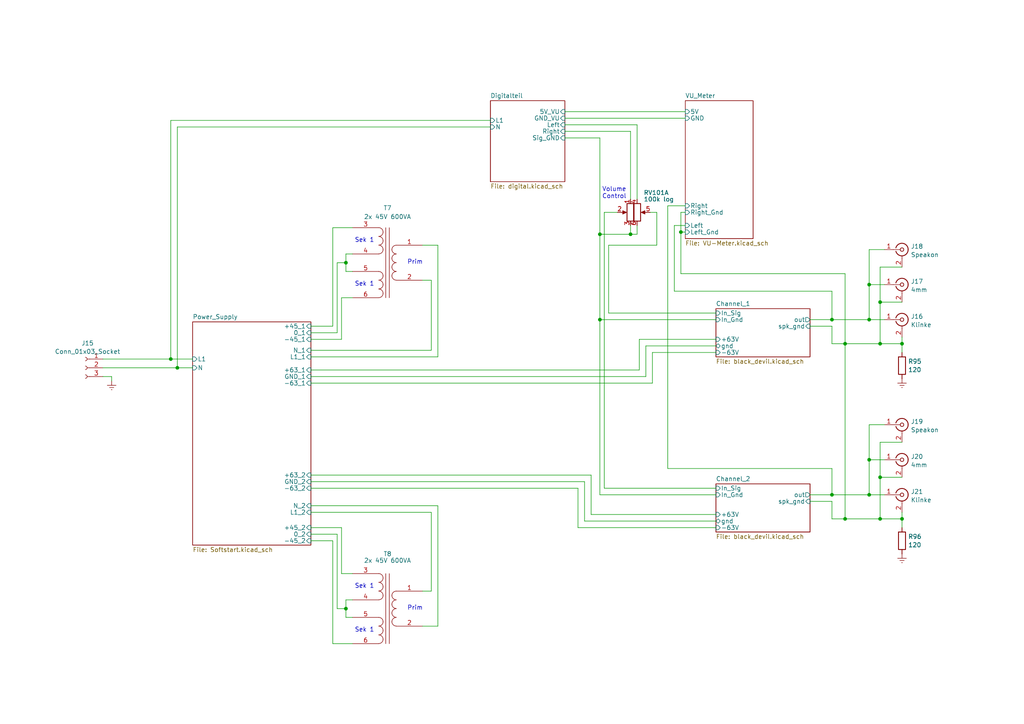
<source format=kicad_sch>
(kicad_sch (version 20230121) (generator eeschema)
  (paper "A4")
  (lib_symbols
    (symbol "Connector:Conn_01x03_Socket" (pin_names (offset 1.016) hide)
      (property "Reference" "J" (at 0 5.08 0))
      (property "Value" "Conn_01x03_Socket" (at 0 -5.08 0))
      (symbol "Conn_01x03_Socket_1_1"
        (arc (start 0 -2.032) (mid -0.5058 -2.54) (end 0 -3.048) (stroke (width 0.1524)))
        (polyline (pts (xy -1.27 -2.54) (xy -0.508 -2.54)) (stroke (width 0.1524)))
        (polyline (pts (xy -1.27 0) (xy -0.508 0)) (stroke (width 0.1524)))
        (polyline (pts (xy -1.27 2.54) (xy -0.508 2.54)) (stroke (width 0.1524)))
        (arc (start 0 0.508) (mid -0.5058 0) (end 0 -0.508) (stroke (width 0.1524)))
        (arc (start 0 3.048) (mid -0.5058 2.54) (end 0 2.032) (stroke (width 0.1524)))
        (pin passive line (at -5.08 2.54 0) (length 3.81) (name "Pin_1") (number "1"))
        (pin passive line (at -5.08 0 0) (length 3.81) (name "Pin_2") (number "2"))
        (pin passive line (at -5.08 -2.54 0) (length 3.81) (name "Pin_3") (number "3"))
      )
    )
    (symbol "Connector:Conn_Coaxial" (pin_names (offset 1.016) hide)
      (property "Reference" "J" (at 0.254 3.048 0))
      (property "Value" "Conn_Coaxial" (at 2.921 0 90))
      (symbol "Conn_Coaxial_0_1"
        (arc (start -1.778 -0.508) (mid 0.2311 -1.8066) (end 1.778 0) (stroke (width 0.254)))
        (polyline (pts (xy -2.54 0) (xy -0.508 0)))
        (polyline (pts (xy 0 -2.54) (xy 0 -1.778)))
        (circle (center 0 0) (radius 0.508) (stroke (width 0.2032)))
        (arc (start 1.778 0) (mid 0.2099 1.8101) (end -1.778 0.508) (stroke (width 0.254)))
      )
      (symbol "Conn_Coaxial_1_1"
        (pin passive line (at -5.08 0 0) (length 2.54) (name "In") (number "1"))
        (pin passive line (at 0 -5.08 90) (length 2.54) (name "Ext") (number "2"))
      )
    )
    (symbol "Device:R" (pin_numbers hide) (pin_names (offset 0))
      (property "Reference" "R" (at 2.032 0 90))
      (property "Value" "R" (at 0 0 90))
      (symbol "R_0_1"
        (rectangle (start -1.016 -2.54) (end 1.016 2.54) (stroke (width 0.254)))
      )
      (symbol "R_1_1"
        (pin passive line (at 0 3.81 270) (length 1.27) (name "~") (number "1"))
        (pin passive line (at 0 -3.81 90) (length 1.27) (name "~") (number "2"))
      )
    )
    (symbol "Device:R_Potentiometer_Dual_Separate" (pin_names (offset 1.016) hide)
      (property "Reference" "RV" (at -4.445 0 90))
      (property "Value" "R_Potentiometer_Dual_Separate" (at -2.54 0 90))
      (symbol "R_Potentiometer_Dual_Separate_0_1"
        (polyline (pts (xy 2.54 0) (xy 1.524 0)))
        (polyline (pts (xy 1.143 0) (xy 2.286 0.508) (xy 2.286 -0.508) (xy 1.143 0)) (fill (type outline)))
        (rectangle (start 1.016 2.54) (end -1.016 -2.54) (stroke (width 0.254)))
      )
      (symbol "R_Potentiometer_Dual_Separate_1_1"
        (pin passive line (at 0 3.81 270) (length 1.27) (name "1") (number "1"))
        (pin passive line (at 3.81 0 180) (length 1.27) (name "2") (number "2"))
        (pin passive line (at 0 -3.81 90) (length 1.27) (name "3") (number "3"))
      )
      (symbol "R_Potentiometer_Dual_Separate_2_1"
        (pin passive line (at 0 3.81 270) (length 1.27) (name "4") (number "4"))
        (pin passive line (at 3.81 0 180) (length 1.27) (name "5") (number "5"))
        (pin passive line (at 0 -3.81 90) (length 1.27) (name "6") (number "6"))
      )
    )
    (symbol "Device:Transformer_1P_2S" (pin_names (offset 1.016) hide)
      (property "Reference" "T" (at 0 12.7 0))
      (property "Value" "Transformer_1P_2S" (at 0 -12.7 0))
      (symbol "Transformer_1P_2S_0_1"
        (arc (start -2.54 -5.0546) (mid -1.6599 -4.6901) (end -1.27 -3.81))
        (arc (start -2.54 -2.5146) (mid -1.6599 -2.1501) (end -1.27 -1.27))
        (arc (start -2.54 0.0254) (mid -1.6599 0.3899) (end -1.27 1.27))
        (arc (start -2.54 2.5654) (mid -1.6599 2.9299) (end -1.27 3.81))
        (arc (start -1.27 -3.81) (mid -1.642 -2.912) (end -2.54 -2.54))
        (arc (start -1.27 -1.27) (mid -1.642 -0.372) (end -2.54 0))
        (arc (start -1.27 1.27) (mid -1.642 2.168) (end -2.54 2.54))
        (arc (start -1.27 3.81) (mid -1.642 4.708) (end -2.54 5.08))
        (polyline (pts (xy -0.508 -10.16) (xy -0.508 10.16)))
        (polyline (pts (xy 0.508 10.16) (xy 0.508 -10.16)))
        (arc (start 1.2954 -8.89) (mid 1.6599 -9.7701) (end 2.54 -10.1346))
        (arc (start 1.2954 -6.35) (mid 1.6599 -7.2301) (end 2.54 -7.5946))
        (arc (start 1.2954 -3.81) (mid 1.6599 -4.6901) (end 2.54 -5.0546))
        (arc (start 1.2954 3.81) (mid 1.6599 2.9299) (end 2.54 2.5654))
        (arc (start 1.2954 6.35) (mid 1.6599 5.4699) (end 2.54 5.1054))
        (arc (start 1.2954 8.89) (mid 1.6599 8.0099) (end 2.54 7.6454))
        (arc (start 2.54 -7.62) (mid 1.642 -7.992) (end 1.2954 -8.89))
        (arc (start 2.54 -5.08) (mid 1.642 -5.452) (end 1.2954 -6.35))
        (arc (start 2.54 -2.54) (mid 1.642 -2.912) (end 1.2954 -3.81))
        (arc (start 2.54 5.08) (mid 1.642 4.708) (end 1.2954 3.81))
        (arc (start 2.54 7.62) (mid 1.642 7.248) (end 1.2954 6.35))
        (arc (start 2.54 10.16) (mid 1.642 9.788) (end 1.2954 8.89))
      )
      (symbol "Transformer_1P_2S_1_1"
        (pin passive line (at -10.16 5.08 0) (length 7.62) (name "AA") (number "1"))
        (pin passive line (at -10.16 -5.08 0) (length 7.62) (name "AB") (number "2"))
        (pin passive line (at 10.16 10.16 180) (length 7.62) (name "SA") (number "3"))
        (pin passive line (at 10.16 2.54 180) (length 7.62) (name "SB") (number "4"))
        (pin passive line (at 10.16 -2.54 180) (length 7.62) (name "SC") (number "5"))
        (pin passive line (at 10.16 -10.16 180) (length 7.62) (name "SD") (number "6"))
      )
    )
    (symbol "power:Earth" (power) (pin_names (offset 0))
      (symbol "Earth_0_1"
        (polyline (pts (xy -0.635 -1.905) (xy 0.635 -1.905)))
        (polyline (pts (xy -0.127 -2.54) (xy 0.127 -2.54)))
        (polyline (pts (xy 0 -1.27) (xy 0 0)))
        (polyline (pts (xy 1.27 -1.27) (xy -1.27 -1.27)))
      )
      (symbol "Earth_1_1"
        (pin power_in line (at 0 0 270) (length 0) hide (name "Earth") (number "1"))
      )
    )
  )
  (junction (at 173.99 67.945))
  (junction (at 255.27 87.63))
  (junction (at 241.3 143.51))
  (junction (at 245.11 150.495))
  (junction (at 173.99 92.71))
  (junction (at 261.62 99.695))
  (junction (at 241.3 92.71))
  (junction (at 51.435 106.68))
  (junction (at 245.11 99.695))
  (junction (at 49.53 104.14))
  (junction (at 252.095 143.51))
  (junction (at 261.62 150.495))
  (junction (at 255.27 99.695))
  (junction (at 252.095 92.71))
  (junction (at 100.33 176.53))
  (junction (at 100.33 76.2))
  (junction (at 182.88 67.945))
  (junction (at 252.095 82.55))
  (junction (at 255.27 150.495))
  (junction (at 255.27 138.43))
  (junction (at 197.485 67.31))
  (junction (at 252.095 133.35))
  (wire (pts (xy 100.33 76.2) (xy 100.33 78.74)))
  (wire (pts (xy 256.54 72.39) (xy 252.095 72.39)))
  (wire (pts (xy 189.23 102.235) (xy 207.645 102.235)))
  (wire (pts (xy 122.555 181.61) (xy 127 181.61)))
  (wire (pts (xy 252.095 143.51) (xy 256.54 143.51)))
  (wire (pts (xy 125.095 171.45) (xy 122.555 171.45)))
  (wire (pts (xy 173.99 67.945) (xy 173.99 92.71)))
  (wire (pts (xy 241.3 150.495) (xy 245.11 150.495)))
  (wire (pts (xy 175.26 61.595) (xy 175.26 141.605)))
  (wire (pts (xy 255.27 99.695) (xy 261.62 99.695)))
  (wire (pts (xy 96.52 156.845) (xy 90.17 156.845)))
  (wire (pts (xy 255.27 77.47) (xy 255.27 87.63)))
  (wire (pts (xy 90.17 109.22) (xy 187.325 109.22)))
  (wire (pts (xy 169.545 151.13) (xy 207.645 151.13)))
  (wire (pts (xy 252.095 133.35) (xy 252.095 143.51)))
  (wire (pts (xy 90.17 137.795) (xy 171.45 137.795)))
  (wire (pts (xy 173.99 40.005) (xy 173.99 67.945)))
  (wire (pts (xy 187.325 109.22) (xy 187.325 100.33)))
  (wire (pts (xy 171.45 149.225) (xy 207.645 149.225)))
  (wire (pts (xy 49.53 34.925) (xy 49.53 104.14)))
  (wire (pts (xy 252.095 133.35) (xy 256.54 133.35)))
  (wire (pts (xy 97.79 96.52) (xy 90.17 96.52)))
  (wire (pts (xy 102.235 179.07) (xy 100.33 179.07)))
  (wire (pts (xy 169.545 139.7) (xy 169.545 151.13)))
  (wire (pts (xy 100.33 173.99) (xy 102.235 173.99)))
  (wire (pts (xy 29.845 106.68) (xy 51.435 106.68)))
  (wire (pts (xy 190.5 71.12) (xy 190.5 61.595)))
  (wire (pts (xy 197.485 67.31) (xy 197.485 79.375)))
  (wire (pts (xy 252.095 82.55) (xy 252.095 92.71)))
  (wire (pts (xy 163.83 32.385) (xy 198.755 32.385)))
  (wire (pts (xy 99.06 98.425) (xy 90.17 98.425)))
  (wire (pts (xy 173.99 143.51) (xy 207.645 143.51)))
  (wire (pts (xy 198.755 59.69) (xy 193.675 59.69)))
  (wire (pts (xy 171.45 137.795) (xy 171.45 149.225)))
  (wire (pts (xy 29.845 104.14) (xy 49.53 104.14)))
  (wire (pts (xy 125.095 101.6) (xy 125.095 81.28)))
  (wire (pts (xy 173.99 92.71) (xy 207.645 92.71)))
  (wire (pts (xy 184.785 36.195) (xy 184.785 57.785)))
  (wire (pts (xy 96.52 186.69) (xy 96.52 156.845)))
  (wire (pts (xy 90.17 94.615) (xy 96.52 94.615)))
  (wire (pts (xy 97.79 154.94) (xy 90.17 154.94)))
  (wire (pts (xy 234.95 92.71) (xy 241.3 92.71)))
  (wire (pts (xy 182.88 65.405) (xy 182.88 67.945)))
  (wire (pts (xy 198.755 65.405) (xy 195.58 65.405)))
  (wire (pts (xy 261.62 128.27) (xy 255.27 128.27)))
  (wire (pts (xy 32.385 109.22) (xy 29.845 109.22)))
  (wire (pts (xy 197.485 79.375) (xy 245.11 79.375)))
  (wire (pts (xy 255.27 150.495) (xy 261.62 150.495)))
  (wire (pts (xy 173.99 92.71) (xy 173.99 143.51)))
  (wire (pts (xy 190.5 61.595) (xy 188.595 61.595)))
  (wire (pts (xy 142.24 36.83) (xy 51.435 36.83)))
  (wire (pts (xy 184.785 65.405) (xy 184.785 67.945)))
  (wire (pts (xy 167.64 153.035) (xy 207.645 153.035)))
  (wire (pts (xy 127 103.505) (xy 127 71.12)))
  (wire (pts (xy 90.17 139.7) (xy 169.545 139.7)))
  (wire (pts (xy 51.435 36.83) (xy 51.435 106.68)))
  (wire (pts (xy 261.62 150.495) (xy 261.62 148.59)))
  (wire (pts (xy 245.11 150.495) (xy 255.27 150.495)))
  (wire (pts (xy 142.24 34.925) (xy 49.53 34.925)))
  (wire (pts (xy 182.88 38.1) (xy 182.88 57.785)))
  (wire (pts (xy 261.62 77.47) (xy 255.27 77.47)))
  (wire (pts (xy 99.06 166.37) (xy 99.06 153.035)))
  (wire (pts (xy 90.17 111.125) (xy 189.23 111.125)))
  (wire (pts (xy 176.53 90.805) (xy 207.645 90.805)))
  (wire (pts (xy 261.62 87.63) (xy 255.27 87.63)))
  (wire (pts (xy 90.17 148.59) (xy 125.095 148.59)))
  (wire (pts (xy 189.23 111.125) (xy 189.23 102.235)))
  (wire (pts (xy 261.62 150.495) (xy 261.62 153.035)))
  (wire (pts (xy 184.785 67.945) (xy 182.88 67.945)))
  (wire (pts (xy 261.62 99.695) (xy 261.62 102.235)))
  (wire (pts (xy 193.675 135.89) (xy 241.3 135.89)))
  (wire (pts (xy 245.11 99.695) (xy 245.11 150.495)))
  (wire (pts (xy 49.53 104.14) (xy 55.88 104.14)))
  (wire (pts (xy 167.64 141.605) (xy 167.64 153.035)))
  (wire (pts (xy 234.95 94.615) (xy 241.3 94.615)))
  (wire (pts (xy 100.33 78.74) (xy 102.235 78.74)))
  (wire (pts (xy 90.17 103.505) (xy 127 103.505)))
  (wire (pts (xy 96.52 94.615) (xy 96.52 66.04)))
  (wire (pts (xy 182.88 38.1) (xy 163.83 38.1)))
  (wire (pts (xy 252.095 92.71) (xy 256.54 92.71)))
  (wire (pts (xy 198.755 61.595) (xy 197.485 61.595)))
  (wire (pts (xy 102.235 86.36) (xy 99.06 86.36)))
  (wire (pts (xy 185.42 107.315) (xy 185.42 98.425)))
  (wire (pts (xy 125.095 148.59) (xy 125.095 171.45)))
  (wire (pts (xy 241.3 135.89) (xy 241.3 143.51)))
  (wire (pts (xy 90.17 107.315) (xy 185.42 107.315)))
  (wire (pts (xy 163.83 34.29) (xy 198.755 34.29)))
  (wire (pts (xy 176.53 90.805) (xy 176.53 71.12)))
  (wire (pts (xy 241.3 143.51) (xy 252.095 143.51)))
  (wire (pts (xy 90.17 101.6) (xy 125.095 101.6)))
  (wire (pts (xy 195.58 65.405) (xy 195.58 84.455)))
  (wire (pts (xy 163.83 40.005) (xy 173.99 40.005)))
  (wire (pts (xy 245.11 99.695) (xy 255.27 99.695)))
  (wire (pts (xy 102.235 166.37) (xy 99.06 166.37)))
  (wire (pts (xy 175.26 141.605) (xy 207.645 141.605)))
  (wire (pts (xy 241.3 84.455) (xy 241.3 92.71)))
  (wire (pts (xy 185.42 98.425) (xy 207.645 98.425)))
  (wire (pts (xy 127 71.12) (xy 122.555 71.12)))
  (wire (pts (xy 127 146.685) (xy 127 181.61)))
  (wire (pts (xy 195.58 84.455) (xy 241.3 84.455)))
  (wire (pts (xy 32.385 110.49) (xy 32.385 109.22)))
  (wire (pts (xy 182.88 67.945) (xy 173.99 67.945)))
  (wire (pts (xy 102.235 73.66) (xy 100.33 73.66)))
  (wire (pts (xy 197.485 61.595) (xy 197.485 67.31)))
  (wire (pts (xy 99.06 153.035) (xy 90.17 153.035)))
  (wire (pts (xy 179.07 61.595) (xy 175.26 61.595)))
  (wire (pts (xy 252.095 123.19) (xy 252.095 133.35)))
  (wire (pts (xy 51.435 106.68) (xy 55.88 106.68)))
  (wire (pts (xy 252.095 82.55) (xy 256.54 82.55)))
  (wire (pts (xy 100.33 176.53) (xy 100.33 173.99)))
  (wire (pts (xy 261.62 138.43) (xy 255.27 138.43)))
  (wire (pts (xy 241.3 99.695) (xy 245.11 99.695)))
  (wire (pts (xy 234.95 143.51) (xy 241.3 143.51)))
  (wire (pts (xy 100.33 73.66) (xy 100.33 76.2)))
  (wire (pts (xy 96.52 66.04) (xy 102.235 66.04)))
  (wire (pts (xy 193.675 59.69) (xy 193.675 135.89)))
  (wire (pts (xy 241.3 92.71) (xy 252.095 92.71)))
  (wire (pts (xy 184.785 36.195) (xy 163.83 36.195)))
  (wire (pts (xy 255.27 138.43) (xy 255.27 150.495)))
  (wire (pts (xy 197.485 67.31) (xy 198.755 67.31)))
  (wire (pts (xy 245.11 79.375) (xy 245.11 99.695)))
  (wire (pts (xy 255.27 87.63) (xy 255.27 99.695)))
  (wire (pts (xy 252.095 72.39) (xy 252.095 82.55)))
  (wire (pts (xy 241.3 145.415) (xy 241.3 150.495)))
  (wire (pts (xy 255.27 128.27) (xy 255.27 138.43)))
  (wire (pts (xy 241.3 94.615) (xy 241.3 99.695)))
  (wire (pts (xy 102.235 186.69) (xy 96.52 186.69)))
  (wire (pts (xy 261.62 99.695) (xy 261.62 97.79)))
  (wire (pts (xy 100.33 176.53) (xy 97.79 176.53)))
  (wire (pts (xy 90.17 146.685) (xy 127 146.685)))
  (wire (pts (xy 256.54 123.19) (xy 252.095 123.19)))
  (wire (pts (xy 125.095 81.28) (xy 122.555 81.28)))
  (wire (pts (xy 176.53 71.12) (xy 190.5 71.12)))
  (wire (pts (xy 187.325 100.33) (xy 207.645 100.33)))
  (wire (pts (xy 100.33 179.07) (xy 100.33 176.53)))
  (wire (pts (xy 90.17 141.605) (xy 167.64 141.605)))
  (wire (pts (xy 97.79 176.53) (xy 97.79 154.94)))
  (wire (pts (xy 234.95 145.415) (xy 241.3 145.415)))
  (wire (pts (xy 97.79 76.2) (xy 97.79 96.52)))
  (wire (pts (xy 97.79 76.2) (xy 100.33 76.2)))
  (wire (pts (xy 99.06 86.36) (xy 99.06 98.425)))
  (text "Prim" (at 118.11 177.165 0) (effects (font (size 1.27 1.27)) (justify left bottom)))
  (text "Sek 1" (at 102.87 70.485 0) (effects (font (size 1.27 1.27)) (justify left bottom)))
  (text "Prim" (at 118.11 76.835 0) (effects (font (size 1.27 1.27)) (justify left bottom)))
  (text "Volume\nControl" (at 174.625 57.785 0) (effects (font (size 1.27 1.27)) (justify left bottom)))
  (text "Sek 1" (at 102.87 170.815 0) (effects (font (size 1.27 1.27)) (justify left bottom)))
  (text "Sek 1" (at 102.87 83.185 0) (effects (font (size 1.27 1.27)) (justify left bottom)))
  (text "Sek 1" (at 102.87 183.515 0) (effects (font (size 1.27 1.27)) (justify left bottom)))
  (symbol (lib_id "Connector:Conn_Coaxial") (at 261.62 92.71 0) (unit 1)
    (property "Reference" "J16" (at 264.1601 91.7911 0) (effects (justify left)))
    (property "Value" "Klinke" (at 264.1601 94.2153 0) (effects (justify left)))
    (property "Datasheet" " ~" (effects hide))
  )
  (symbol (lib_id "Device:Transformer_1P_2S") (at 112.395 176.53 0) (mirror y) (unit 1)
    (property "Reference" "T8" (at 112.395 160.655 0))
    (property "Value" "2x 45V 600VA" (at 112.395 162.56 0))
  )
  (symbol (lib_id "Device:Transformer_1P_2S") (at 112.395 76.2 0) (mirror y) (unit 1)
    (property "Reference" "T7" (at 112.395 60.325 0))
    (property "Value" "2x 45V 600VA" (at 112.395 62.865 0))
  )
  (symbol (lib_id "Connector:Conn_Coaxial") (at 261.62 72.39 0) (unit 1)
    (property "Reference" "J18" (at 264.16 71.4711 0) (effects (justify left)))
    (property "Value" "Speakon" (at 264.16 73.8953 0) (effects (justify left)))
    (property "Datasheet" " ~" (effects hide))
  )
  (symbol (lib_id "Device:R") (at 261.62 156.845 0) (unit 1)
    (property "Reference" "R96" (at 263.398 155.6329 0) (effects (justify left)))
    (property "Value" "120" (at 263.398 158.0571 0) (effects (justify left)))
  )
  (symbol (lib_id "Connector:Conn_Coaxial") (at 261.62 123.19 0) (unit 1)
    (property "Reference" "J19" (at 264.16 122.2711 0) (effects (justify left)))
    (property "Value" "Speakon" (at 264.16 124.6953 0) (effects (justify left)))
    (property "Datasheet" " ~" (effects hide))
  )
  (symbol (lib_id "Connector:Conn_Coaxial") (at 261.62 133.35 0) (unit 1)
    (property "Reference" "J20" (at 264.1601 132.4311 0) (effects (justify left)))
    (property "Value" "4mm" (at 264.1601 134.8553 0) (effects (justify left)))
    (property "Datasheet" " ~" (effects hide))
  )
  (symbol (lib_id "power:Earth") (at 261.62 109.855 0) (unit 1)
    (property "Reference" "#PWR022" (effects hide))
    (property "Value" "Earth" (effects hide))
  )
  (symbol (lib_id "Device:R") (at 261.62 106.045 0) (unit 1)
    (property "Reference" "R95" (at 263.398 104.8329 0) (effects (justify left)))
    (property "Value" "120" (at 263.398 107.2571 0) (effects (justify left)))
  )
  (symbol (lib_id "Connector:Conn_Coaxial") (at 261.62 143.51 0) (unit 1)
    (property "Reference" "J21" (at 264.1601 142.5911 0) (effects (justify left)))
    (property "Value" "Klinke" (at 264.1601 145.0153 0) (effects (justify left)))
    (property "Datasheet" " ~" (effects hide))
  )
  (symbol (lib_id "Connector:Conn_Coaxial") (at 261.62 82.55 0) (unit 1)
    (property "Reference" "J17" (at 264.1601 81.6311 0) (effects (justify left)))
    (property "Value" "4mm" (at 264.1601 84.0553 0) (effects (justify left)))
    (property "Datasheet" " ~" (effects hide))
  )
  (symbol (lib_id "Connector:Conn_01x03_Socket") (at 24.765 106.68 0) (mirror y) (unit 1)
    (property "Reference" "J15" (at 25.4 99.5385 0))
    (property "Value" "Conn_01x03_Socket" (at 25.4 101.9627 0))
  )
  (symbol (lib_id "power:Earth") (at 261.62 160.655 0) (unit 1)
    (property "Reference" "#PWR023" (effects hide))
    (property "Value" "Earth" (effects hide))
  )
  (symbol (lib_id "Device:R_Potentiometer_Dual_Separate") (at 182.88 61.595 0) (mirror y) (unit 1)
    (property "Reference" "RV101" (at 186.69 55.88 0) (effects (justify right)))
    (property "Value" "100k log" (effects hide))
  )
  (symbol (lib_id "Device:R_Potentiometer_Dual_Separate") (at 184.785 61.595 0) (unit 2)
    (property "Reference" "RV101" (effects hide))
    (property "Value" "100k log" (at 186.69 57.785 0) (effects (justify left)))
  )
  (symbol (lib_id "power:Earth") (at 32.385 110.49 0) (unit 1)
    (property "Reference" "#PWR021" (effects hide))
    (property "Value" "Earth" (effects hide))
  )
  (sheet (at 207.645 89.535) (size 27.305 13.97) (stroke (width 0.1524))
    (property "Sheetname" "Channel_1" (at 207.645 88.8234 0) (effects (justify left bottom)))
    (property "Sheetfile" "black_devil.kicad_sch" (at 207.645 104.0896 0) (effects (justify left top)))
    (pin "-63V" input (at 207.645 102.235 180))
    (pin "out" output (at 234.95 92.71 0))
    (pin "gnd" bidirectional (at 207.645 100.33 180))
    (pin "+63V" input (at 207.645 98.425 180))
    (pin "In_Sig" input (at 207.645 90.805 180))
    (pin "In_Gnd" input (at 207.645 92.71 180))
    (pin "spk_gnd" input (at 234.95 94.615 0))
  )
  (sheet (at 55.88 93.345) (size 34.29 64.77) (stroke (width 0.1524))
    (property "Sheetname" "Power_Supply" (at 55.88 92.6334 0) (effects (justify left bottom)))
    (property "Sheetfile" "Softstart.kicad_sch" (at 55.88 158.6996 0) (effects (justify left top)))
    (pin "+45_2" input (at 90.17 153.035 0))
    (pin "-45_2" input (at 90.17 156.845 0))
    (pin "N" input (at 55.88 106.68 180))
    (pin "L1" input (at 55.88 104.14 180))
    (pin "L1_2" input (at 90.17 148.59 0))
    (pin "N_2" input (at 90.17 146.685 0))
    (pin "-63_2" input (at 90.17 141.605 0))
    (pin "GND_2" input (at 90.17 139.7 0))
    (pin "0_2" input (at 90.17 154.94 0))
    (pin "+63_2" input (at 90.17 137.795 0))
    (pin "L1_1" input (at 90.17 103.505 0))
    (pin "+45_1" input (at 90.17 94.615 0))
    (pin "-45_1" input (at 90.17 98.425 0))
    (pin "N_1" input (at 90.17 101.6 0))
    (pin "-63_1" input (at 90.17 111.125 0))
    (pin "+63_1" input (at 90.17 107.315 0))
    (pin "0_1" input (at 90.17 96.52 0))
    (pin "GND_1" input (at 90.17 109.22 0))
  )
  (sheet (at 142.24 29.21) (size 21.59 23.495) (stroke (width 0.1524))
    (property "Sheetname" "Digitalteil" (at 142.24 28.4984 0) (effects (justify left bottom)))
    (property "Sheetfile" "digital.kicad_sch" (at 142.24 53.2896 0) (effects (justify left top)))
    (pin "Left" input (at 163.83 36.195 0))
    (pin "Right" input (at 163.83 38.1 0))
    (pin "L1" input (at 142.24 34.925 180))
    (pin "N" input (at 142.24 36.83 180))
    (pin "GND_VU" input (at 163.83 34.29 0))
    (pin "5V_VU" input (at 163.83 32.385 0))
    (pin "Sig_GND" input (at 163.83 40.005 0))
  )
  (sheet (at 207.645 140.335) (size 27.305 13.97) (stroke (width 0.1524))
    (property "Sheetname" "Channel_2" (at 207.645 139.6234 0) (effects (justify left bottom)))
    (property "Sheetfile" "black_devil.kicad_sch" (at 207.645 154.8896 0) (effects (justify left top)))
    (pin "-63V" input (at 207.645 153.035 180))
    (pin "out" output (at 234.95 143.51 0))
    (pin "gnd" bidirectional (at 207.645 151.13 180))
    (pin "+63V" input (at 207.645 149.225 180))
    (pin "In_Sig" input (at 207.645 141.605 180))
    (pin "In_Gnd" input (at 207.645 143.51 180))
    (pin "spk_gnd" input (at 234.95 145.415 0))
  )
  (sheet (at 198.755 29.21) (size 19.685 40.005) (stroke (width 0.1524))
    (property "Sheetname" "VU_Meter" (at 198.755 28.4984 0) (effects (justify left bottom)))
    (property "Sheetfile" "VU-Meter.kicad_sch" (at 198.755 69.7996 0) (effects (justify left top)))
    (pin "Right" input (at 198.755 59.69 180))
    (pin "5V" input (at 198.755 32.385 180))
    (pin "GND" input (at 198.755 34.29 180))
    (pin "Left" input (at 198.755 65.405 180))
    (pin "Right_Gnd" input (at 198.755 61.595 180))
    (pin "Left_Gnd" input (at 198.755 67.31 180))
  )
)
</source>
